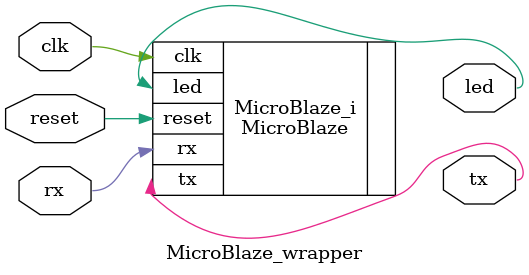
<source format=v>
`timescale 1 ps / 1 ps

module MicroBlaze_wrapper
   (clk,
    led,
    reset,
    rx,
    tx);
  input clk;
  output [0:0]led;
  input reset;
  input rx;
  output tx;

  wire clk;
  wire [0:0]led;
  wire reset;
  wire rx;
  wire tx;

  MicroBlaze MicroBlaze_i
       (.clk(clk),
        .led(led),
        .reset(reset),
        .rx(rx),
        .tx(tx));
endmodule

</source>
